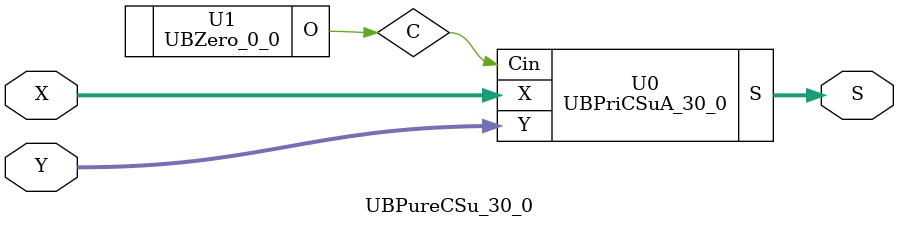
<source format=v>
/*----------------------------------------------------------------------------
  Copyright (c) 2021 Homma laboratory. All rights reserved.

  Top module: UBCSu_30_0_30_0

  Operand-1 length: 31
  Operand-2 length: 31
  Two-operand addition algorithm: Conditional sum adder
----------------------------------------------------------------------------*/

module UBFA_0(C, S, X, Y, Z);
  output C;
  output S;
  input X;
  input Y;
  input Z;
  assign C = ( X & Y ) | ( Y & Z ) | ( Z & X );
  assign S = X ^ Y ^ Z;
endmodule

module UBHCSuB_0_0(C, S, X, Y, Ci);
  output C;
  output S;
  input Ci;
  input X;
  input Y;
  UBFA_0 U0 (C, S, X, Y, Ci);
endmodule

module UBZero_1_1(O);
  output [1:1] O;
  assign O[1] = 0;
endmodule

module UBOne_1(O);
  output O;
  assign O = 1;
endmodule

module UBFA_1(C, S, X, Y, Z);
  output C;
  output S;
  input X;
  input Y;
  input Z;
  assign C = ( X & Y ) | ( Y & Z ) | ( Z & X );
  assign S = X ^ Y ^ Z;
endmodule

module UBCSuB_1_1(C_0, C_1, S_0, S_1, X, Y);
  output C_0;
  output C_1;
  output S_0;
  output S_1;
  input X;
  input Y;
  wire Ci_0;
  wire Ci_1;
  wire Co_0;
  wire Co_1;
  assign C_0 = ( Co_0 & ( ~ Ci_0 ) ) | ( Co_1 & Ci_0 );
  assign C_1 = ( Co_0 & ( ~ Ci_1 ) ) | ( Co_1 & Ci_1 );
  UBZero_1_1 U0 (Ci_0);
  UBOne_1 U1 (Ci_1);
  UBFA_1 U2 (Co_0, S_0, X, Y, Ci_0);
  UBFA_1 U3 (Co_1, S_1, X, Y, Ci_1);
endmodule

module UBHCSuB_1_0(C, S, X, Y, Ci);
  output C;
  output [1:0] S;
  input Ci;
  input [1:0] X;
  input [1:0] Y;
  wire C_0;
  wire C_1;
  wire Co;
  wire S_0;
  wire S_1;
  assign S[1] = ( S_0 & ( ~ Co ) ) | ( S_1 & Co );
  assign C = ( C_0 & ( ~ Co ) ) | ( C_1 & Co );
  UBHCSuB_0_0 U0 (Co, S[0], X[0], Y[0], Ci);
  UBCSuB_1_1 U1 (C_0, C_1, S_0, S_1, X[1], Y[1]);
endmodule

module UBZero_2_2(O);
  output [2:2] O;
  assign O[2] = 0;
endmodule

module UBOne_2(O);
  output O;
  assign O = 1;
endmodule

module UBFA_2(C, S, X, Y, Z);
  output C;
  output S;
  input X;
  input Y;
  input Z;
  assign C = ( X & Y ) | ( Y & Z ) | ( Z & X );
  assign S = X ^ Y ^ Z;
endmodule

module UBCSuB_2_2(C_0, C_1, S_0, S_1, X, Y);
  output C_0;
  output C_1;
  output S_0;
  output S_1;
  input X;
  input Y;
  wire Ci_0;
  wire Ci_1;
  wire Co_0;
  wire Co_1;
  assign C_0 = ( Co_0 & ( ~ Ci_0 ) ) | ( Co_1 & Ci_0 );
  assign C_1 = ( Co_0 & ( ~ Ci_1 ) ) | ( Co_1 & Ci_1 );
  UBZero_2_2 U0 (Ci_0);
  UBOne_2 U1 (Ci_1);
  UBFA_2 U2 (Co_0, S_0, X, Y, Ci_0);
  UBFA_2 U3 (Co_1, S_1, X, Y, Ci_1);
endmodule

module UBZero_3_3(O);
  output [3:3] O;
  assign O[3] = 0;
endmodule

module UBOne_3(O);
  output O;
  assign O = 1;
endmodule

module UBFA_3(C, S, X, Y, Z);
  output C;
  output S;
  input X;
  input Y;
  input Z;
  assign C = ( X & Y ) | ( Y & Z ) | ( Z & X );
  assign S = X ^ Y ^ Z;
endmodule

module UBCSuB_3_3(C_0, C_1, S_0, S_1, X, Y);
  output C_0;
  output C_1;
  output S_0;
  output S_1;
  input X;
  input Y;
  wire Ci_0;
  wire Ci_1;
  wire Co_0;
  wire Co_1;
  assign C_0 = ( Co_0 & ( ~ Ci_0 ) ) | ( Co_1 & Ci_0 );
  assign C_1 = ( Co_0 & ( ~ Ci_1 ) ) | ( Co_1 & Ci_1 );
  UBZero_3_3 U0 (Ci_0);
  UBOne_3 U1 (Ci_1);
  UBFA_3 U2 (Co_0, S_0, X, Y, Ci_0);
  UBFA_3 U3 (Co_1, S_1, X, Y, Ci_1);
endmodule

module UBCSuB_3_2(C_0, C_1, S_0, S_1, X, Y);
  output C_0;
  output C_1;
  output [3:2] S_0;
  output [3:2] S_1;
  input [3:2] X;
  input [3:2] Y;
  wire Ci_0;
  wire Ci_1;
  wire Co_0;
  wire Co_1;
  wire So_0;
  wire So_1;
  assign S_0[3] = ( So_0 & ( ~ Ci_0 ) ) | ( So_1 & Ci_0 );
  assign C_0 = ( Co_0 & ( ~ Ci_0 ) ) | ( Co_1 & Ci_0 );
  assign S_1[3] = ( So_0 & ( ~ Ci_1 ) ) | ( So_1 & Ci_1 );
  assign C_1 = ( Co_0 & ( ~ Ci_1 ) ) | ( Co_1 & Ci_1 );
  UBCSuB_2_2 U0 (Ci_0, Ci_1, S_0[2], S_1[2], X[2], Y[2]);
  UBCSuB_3_3 U1 (Co_0, Co_1, So_0, So_1, X[3], Y[3]);
endmodule

module UBHCSuB_3_0(C, S, X, Y, Ci);
  output C;
  output [3:0] S;
  input Ci;
  input [3:0] X;
  input [3:0] Y;
  wire C_0;
  wire C_1;
  wire Co;
  wire [3:2] S_0;
  wire [3:2] S_1;
  assign S[2] = ( S_0[2] & ( ~ Co ) ) | ( S_1[2] & Co );
  assign S[3] = ( S_0[3] & ( ~ Co ) ) | ( S_1[3] & Co );
  assign C = ( C_0 & ( ~ Co ) ) | ( C_1 & Co );
  UBHCSuB_1_0 U0 (Co, S[1:0], X[1:0], Y[1:0], Ci);
  UBCSuB_3_2 U1 (C_0, C_1, S_0, S_1, X[3:2], Y[3:2]);
endmodule

module UBZero_4_4(O);
  output [4:4] O;
  assign O[4] = 0;
endmodule

module UBOne_4(O);
  output O;
  assign O = 1;
endmodule

module UBFA_4(C, S, X, Y, Z);
  output C;
  output S;
  input X;
  input Y;
  input Z;
  assign C = ( X & Y ) | ( Y & Z ) | ( Z & X );
  assign S = X ^ Y ^ Z;
endmodule

module UBCSuB_4_4(C_0, C_1, S_0, S_1, X, Y);
  output C_0;
  output C_1;
  output S_0;
  output S_1;
  input X;
  input Y;
  wire Ci_0;
  wire Ci_1;
  wire Co_0;
  wire Co_1;
  assign C_0 = ( Co_0 & ( ~ Ci_0 ) ) | ( Co_1 & Ci_0 );
  assign C_1 = ( Co_0 & ( ~ Ci_1 ) ) | ( Co_1 & Ci_1 );
  UBZero_4_4 U0 (Ci_0);
  UBOne_4 U1 (Ci_1);
  UBFA_4 U2 (Co_0, S_0, X, Y, Ci_0);
  UBFA_4 U3 (Co_1, S_1, X, Y, Ci_1);
endmodule

module UBZero_5_5(O);
  output [5:5] O;
  assign O[5] = 0;
endmodule

module UBOne_5(O);
  output O;
  assign O = 1;
endmodule

module UBFA_5(C, S, X, Y, Z);
  output C;
  output S;
  input X;
  input Y;
  input Z;
  assign C = ( X & Y ) | ( Y & Z ) | ( Z & X );
  assign S = X ^ Y ^ Z;
endmodule

module UBCSuB_5_5(C_0, C_1, S_0, S_1, X, Y);
  output C_0;
  output C_1;
  output S_0;
  output S_1;
  input X;
  input Y;
  wire Ci_0;
  wire Ci_1;
  wire Co_0;
  wire Co_1;
  assign C_0 = ( Co_0 & ( ~ Ci_0 ) ) | ( Co_1 & Ci_0 );
  assign C_1 = ( Co_0 & ( ~ Ci_1 ) ) | ( Co_1 & Ci_1 );
  UBZero_5_5 U0 (Ci_0);
  UBOne_5 U1 (Ci_1);
  UBFA_5 U2 (Co_0, S_0, X, Y, Ci_0);
  UBFA_5 U3 (Co_1, S_1, X, Y, Ci_1);
endmodule

module UBCSuB_5_4(C_0, C_1, S_0, S_1, X, Y);
  output C_0;
  output C_1;
  output [5:4] S_0;
  output [5:4] S_1;
  input [5:4] X;
  input [5:4] Y;
  wire Ci_0;
  wire Ci_1;
  wire Co_0;
  wire Co_1;
  wire So_0;
  wire So_1;
  assign S_0[5] = ( So_0 & ( ~ Ci_0 ) ) | ( So_1 & Ci_0 );
  assign C_0 = ( Co_0 & ( ~ Ci_0 ) ) | ( Co_1 & Ci_0 );
  assign S_1[5] = ( So_0 & ( ~ Ci_1 ) ) | ( So_1 & Ci_1 );
  assign C_1 = ( Co_0 & ( ~ Ci_1 ) ) | ( Co_1 & Ci_1 );
  UBCSuB_4_4 U0 (Ci_0, Ci_1, S_0[4], S_1[4], X[4], Y[4]);
  UBCSuB_5_5 U1 (Co_0, Co_1, So_0, So_1, X[5], Y[5]);
endmodule

module UBZero_6_6(O);
  output [6:6] O;
  assign O[6] = 0;
endmodule

module UBOne_6(O);
  output O;
  assign O = 1;
endmodule

module UBFA_6(C, S, X, Y, Z);
  output C;
  output S;
  input X;
  input Y;
  input Z;
  assign C = ( X & Y ) | ( Y & Z ) | ( Z & X );
  assign S = X ^ Y ^ Z;
endmodule

module UBCSuB_6_6(C_0, C_1, S_0, S_1, X, Y);
  output C_0;
  output C_1;
  output S_0;
  output S_1;
  input X;
  input Y;
  wire Ci_0;
  wire Ci_1;
  wire Co_0;
  wire Co_1;
  assign C_0 = ( Co_0 & ( ~ Ci_0 ) ) | ( Co_1 & Ci_0 );
  assign C_1 = ( Co_0 & ( ~ Ci_1 ) ) | ( Co_1 & Ci_1 );
  UBZero_6_6 U0 (Ci_0);
  UBOne_6 U1 (Ci_1);
  UBFA_6 U2 (Co_0, S_0, X, Y, Ci_0);
  UBFA_6 U3 (Co_1, S_1, X, Y, Ci_1);
endmodule

module UBZero_7_7(O);
  output [7:7] O;
  assign O[7] = 0;
endmodule

module UBOne_7(O);
  output O;
  assign O = 1;
endmodule

module UBFA_7(C, S, X, Y, Z);
  output C;
  output S;
  input X;
  input Y;
  input Z;
  assign C = ( X & Y ) | ( Y & Z ) | ( Z & X );
  assign S = X ^ Y ^ Z;
endmodule

module UBCSuB_7_7(C_0, C_1, S_0, S_1, X, Y);
  output C_0;
  output C_1;
  output S_0;
  output S_1;
  input X;
  input Y;
  wire Ci_0;
  wire Ci_1;
  wire Co_0;
  wire Co_1;
  assign C_0 = ( Co_0 & ( ~ Ci_0 ) ) | ( Co_1 & Ci_0 );
  assign C_1 = ( Co_0 & ( ~ Ci_1 ) ) | ( Co_1 & Ci_1 );
  UBZero_7_7 U0 (Ci_0);
  UBOne_7 U1 (Ci_1);
  UBFA_7 U2 (Co_0, S_0, X, Y, Ci_0);
  UBFA_7 U3 (Co_1, S_1, X, Y, Ci_1);
endmodule

module UBCSuB_7_6(C_0, C_1, S_0, S_1, X, Y);
  output C_0;
  output C_1;
  output [7:6] S_0;
  output [7:6] S_1;
  input [7:6] X;
  input [7:6] Y;
  wire Ci_0;
  wire Ci_1;
  wire Co_0;
  wire Co_1;
  wire So_0;
  wire So_1;
  assign S_0[7] = ( So_0 & ( ~ Ci_0 ) ) | ( So_1 & Ci_0 );
  assign C_0 = ( Co_0 & ( ~ Ci_0 ) ) | ( Co_1 & Ci_0 );
  assign S_1[7] = ( So_0 & ( ~ Ci_1 ) ) | ( So_1 & Ci_1 );
  assign C_1 = ( Co_0 & ( ~ Ci_1 ) ) | ( Co_1 & Ci_1 );
  UBCSuB_6_6 U0 (Ci_0, Ci_1, S_0[6], S_1[6], X[6], Y[6]);
  UBCSuB_7_7 U1 (Co_0, Co_1, So_0, So_1, X[7], Y[7]);
endmodule

module UBCSuB_7_4(C_0, C_1, S_0, S_1, X, Y);
  output C_0;
  output C_1;
  output [7:4] S_0;
  output [7:4] S_1;
  input [7:4] X;
  input [7:4] Y;
  wire Ci_0;
  wire Ci_1;
  wire Co_0;
  wire Co_1;
  wire [7:6] So_0;
  wire [7:6] So_1;
  assign S_0[6] = ( So_0[6] & ( ~ Ci_0 ) ) | ( So_1[6] & Ci_0 );
  assign S_0[7] = ( So_0[7] & ( ~ Ci_0 ) ) | ( So_1[7] & Ci_0 );
  assign C_0 = ( Co_0 & ( ~ Ci_0 ) ) | ( Co_1 & Ci_0 );
  assign S_1[6] = ( So_0[6] & ( ~ Ci_1 ) ) | ( So_1[6] & Ci_1 );
  assign S_1[7] = ( So_0[7] & ( ~ Ci_1 ) ) | ( So_1[7] & Ci_1 );
  assign C_1 = ( Co_0 & ( ~ Ci_1 ) ) | ( Co_1 & Ci_1 );
  UBCSuB_5_4 U0 (Ci_0, Ci_1, S_0[5:4], S_1[5:4], X[5:4], Y[5:4]);
  UBCSuB_7_6 U1 (Co_0, Co_1, So_0, So_1, X[7:6], Y[7:6]);
endmodule

module UBHCSuB_7_0(C, S, X, Y, Ci);
  output C;
  output [7:0] S;
  input Ci;
  input [7:0] X;
  input [7:0] Y;
  wire C_0;
  wire C_1;
  wire Co;
  wire [7:4] S_0;
  wire [7:4] S_1;
  assign S[4] = ( S_0[4] & ( ~ Co ) ) | ( S_1[4] & Co );
  assign S[5] = ( S_0[5] & ( ~ Co ) ) | ( S_1[5] & Co );
  assign S[6] = ( S_0[6] & ( ~ Co ) ) | ( S_1[6] & Co );
  assign S[7] = ( S_0[7] & ( ~ Co ) ) | ( S_1[7] & Co );
  assign C = ( C_0 & ( ~ Co ) ) | ( C_1 & Co );
  UBHCSuB_3_0 U0 (Co, S[3:0], X[3:0], Y[3:0], Ci);
  UBCSuB_7_4 U1 (C_0, C_1, S_0, S_1, X[7:4], Y[7:4]);
endmodule

module UBZero_8_8(O);
  output [8:8] O;
  assign O[8] = 0;
endmodule

module UBOne_8(O);
  output O;
  assign O = 1;
endmodule

module UBFA_8(C, S, X, Y, Z);
  output C;
  output S;
  input X;
  input Y;
  input Z;
  assign C = ( X & Y ) | ( Y & Z ) | ( Z & X );
  assign S = X ^ Y ^ Z;
endmodule

module UBCSuB_8_8(C_0, C_1, S_0, S_1, X, Y);
  output C_0;
  output C_1;
  output S_0;
  output S_1;
  input X;
  input Y;
  wire Ci_0;
  wire Ci_1;
  wire Co_0;
  wire Co_1;
  assign C_0 = ( Co_0 & ( ~ Ci_0 ) ) | ( Co_1 & Ci_0 );
  assign C_1 = ( Co_0 & ( ~ Ci_1 ) ) | ( Co_1 & Ci_1 );
  UBZero_8_8 U0 (Ci_0);
  UBOne_8 U1 (Ci_1);
  UBFA_8 U2 (Co_0, S_0, X, Y, Ci_0);
  UBFA_8 U3 (Co_1, S_1, X, Y, Ci_1);
endmodule

module UBZero_9_9(O);
  output [9:9] O;
  assign O[9] = 0;
endmodule

module UBOne_9(O);
  output O;
  assign O = 1;
endmodule

module UBFA_9(C, S, X, Y, Z);
  output C;
  output S;
  input X;
  input Y;
  input Z;
  assign C = ( X & Y ) | ( Y & Z ) | ( Z & X );
  assign S = X ^ Y ^ Z;
endmodule

module UBCSuB_9_9(C_0, C_1, S_0, S_1, X, Y);
  output C_0;
  output C_1;
  output S_0;
  output S_1;
  input X;
  input Y;
  wire Ci_0;
  wire Ci_1;
  wire Co_0;
  wire Co_1;
  assign C_0 = ( Co_0 & ( ~ Ci_0 ) ) | ( Co_1 & Ci_0 );
  assign C_1 = ( Co_0 & ( ~ Ci_1 ) ) | ( Co_1 & Ci_1 );
  UBZero_9_9 U0 (Ci_0);
  UBOne_9 U1 (Ci_1);
  UBFA_9 U2 (Co_0, S_0, X, Y, Ci_0);
  UBFA_9 U3 (Co_1, S_1, X, Y, Ci_1);
endmodule

module UBCSuB_9_8(C_0, C_1, S_0, S_1, X, Y);
  output C_0;
  output C_1;
  output [9:8] S_0;
  output [9:8] S_1;
  input [9:8] X;
  input [9:8] Y;
  wire Ci_0;
  wire Ci_1;
  wire Co_0;
  wire Co_1;
  wire So_0;
  wire So_1;
  assign S_0[9] = ( So_0 & ( ~ Ci_0 ) ) | ( So_1 & Ci_0 );
  assign C_0 = ( Co_0 & ( ~ Ci_0 ) ) | ( Co_1 & Ci_0 );
  assign S_1[9] = ( So_0 & ( ~ Ci_1 ) ) | ( So_1 & Ci_1 );
  assign C_1 = ( Co_0 & ( ~ Ci_1 ) ) | ( Co_1 & Ci_1 );
  UBCSuB_8_8 U0 (Ci_0, Ci_1, S_0[8], S_1[8], X[8], Y[8]);
  UBCSuB_9_9 U1 (Co_0, Co_1, So_0, So_1, X[9], Y[9]);
endmodule

module UBZero_10_10(O);
  output [10:10] O;
  assign O[10] = 0;
endmodule

module UBOne_10(O);
  output O;
  assign O = 1;
endmodule

module UBFA_10(C, S, X, Y, Z);
  output C;
  output S;
  input X;
  input Y;
  input Z;
  assign C = ( X & Y ) | ( Y & Z ) | ( Z & X );
  assign S = X ^ Y ^ Z;
endmodule

module UBCSuB_10_10(C_0, C_1, S_0, S_1, X, Y);
  output C_0;
  output C_1;
  output S_0;
  output S_1;
  input X;
  input Y;
  wire Ci_0;
  wire Ci_1;
  wire Co_0;
  wire Co_1;
  assign C_0 = ( Co_0 & ( ~ Ci_0 ) ) | ( Co_1 & Ci_0 );
  assign C_1 = ( Co_0 & ( ~ Ci_1 ) ) | ( Co_1 & Ci_1 );
  UBZero_10_10 U0 (Ci_0);
  UBOne_10 U1 (Ci_1);
  UBFA_10 U2 (Co_0, S_0, X, Y, Ci_0);
  UBFA_10 U3 (Co_1, S_1, X, Y, Ci_1);
endmodule

module UBZero_11_11(O);
  output [11:11] O;
  assign O[11] = 0;
endmodule

module UBOne_11(O);
  output O;
  assign O = 1;
endmodule

module UBFA_11(C, S, X, Y, Z);
  output C;
  output S;
  input X;
  input Y;
  input Z;
  assign C = ( X & Y ) | ( Y & Z ) | ( Z & X );
  assign S = X ^ Y ^ Z;
endmodule

module UBCSuB_11_11(C_0, C_1, S_0, S_1, X, Y);
  output C_0;
  output C_1;
  output S_0;
  output S_1;
  input X;
  input Y;
  wire Ci_0;
  wire Ci_1;
  wire Co_0;
  wire Co_1;
  assign C_0 = ( Co_0 & ( ~ Ci_0 ) ) | ( Co_1 & Ci_0 );
  assign C_1 = ( Co_0 & ( ~ Ci_1 ) ) | ( Co_1 & Ci_1 );
  UBZero_11_11 U0 (Ci_0);
  UBOne_11 U1 (Ci_1);
  UBFA_11 U2 (Co_0, S_0, X, Y, Ci_0);
  UBFA_11 U3 (Co_1, S_1, X, Y, Ci_1);
endmodule

module UBCSuB_11_10(C_0, C_1, S_0, S_1, X, Y);
  output C_0;
  output C_1;
  output [11:10] S_0;
  output [11:10] S_1;
  input [11:10] X;
  input [11:10] Y;
  wire Ci_0;
  wire Ci_1;
  wire Co_0;
  wire Co_1;
  wire So_0;
  wire So_1;
  assign S_0[11] = ( So_0 & ( ~ Ci_0 ) ) | ( So_1 & Ci_0 );
  assign C_0 = ( Co_0 & ( ~ Ci_0 ) ) | ( Co_1 & Ci_0 );
  assign S_1[11] = ( So_0 & ( ~ Ci_1 ) ) | ( So_1 & Ci_1 );
  assign C_1 = ( Co_0 & ( ~ Ci_1 ) ) | ( Co_1 & Ci_1 );
  UBCSuB_10_10 U0 (Ci_0, Ci_1, S_0[10], S_1[10], X[10], Y[10]);
  UBCSuB_11_11 U1 (Co_0, Co_1, So_0, So_1, X[11], Y[11]);
endmodule

module UBCSuB_11_8(C_0, C_1, S_0, S_1, X, Y);
  output C_0;
  output C_1;
  output [11:8] S_0;
  output [11:8] S_1;
  input [11:8] X;
  input [11:8] Y;
  wire Ci_0;
  wire Ci_1;
  wire Co_0;
  wire Co_1;
  wire [11:10] So_0;
  wire [11:10] So_1;
  assign S_0[10] = ( So_0[10] & ( ~ Ci_0 ) ) | ( So_1[10] & Ci_0 );
  assign S_0[11] = ( So_0[11] & ( ~ Ci_0 ) ) | ( So_1[11] & Ci_0 );
  assign C_0 = ( Co_0 & ( ~ Ci_0 ) ) | ( Co_1 & Ci_0 );
  assign S_1[10] = ( So_0[10] & ( ~ Ci_1 ) ) | ( So_1[10] & Ci_1 );
  assign S_1[11] = ( So_0[11] & ( ~ Ci_1 ) ) | ( So_1[11] & Ci_1 );
  assign C_1 = ( Co_0 & ( ~ Ci_1 ) ) | ( Co_1 & Ci_1 );
  UBCSuB_9_8 U0 (Ci_0, Ci_1, S_0[9:8], S_1[9:8], X[9:8], Y[9:8]);
  UBCSuB_11_10 U1 (Co_0, Co_1, So_0, So_1, X[11:10], Y[11:10]);
endmodule

module UBZero_12_12(O);
  output [12:12] O;
  assign O[12] = 0;
endmodule

module UBOne_12(O);
  output O;
  assign O = 1;
endmodule

module UBFA_12(C, S, X, Y, Z);
  output C;
  output S;
  input X;
  input Y;
  input Z;
  assign C = ( X & Y ) | ( Y & Z ) | ( Z & X );
  assign S = X ^ Y ^ Z;
endmodule

module UBCSuB_12_12(C_0, C_1, S_0, S_1, X, Y);
  output C_0;
  output C_1;
  output S_0;
  output S_1;
  input X;
  input Y;
  wire Ci_0;
  wire Ci_1;
  wire Co_0;
  wire Co_1;
  assign C_0 = ( Co_0 & ( ~ Ci_0 ) ) | ( Co_1 & Ci_0 );
  assign C_1 = ( Co_0 & ( ~ Ci_1 ) ) | ( Co_1 & Ci_1 );
  UBZero_12_12 U0 (Ci_0);
  UBOne_12 U1 (Ci_1);
  UBFA_12 U2 (Co_0, S_0, X, Y, Ci_0);
  UBFA_12 U3 (Co_1, S_1, X, Y, Ci_1);
endmodule

module UBZero_13_13(O);
  output [13:13] O;
  assign O[13] = 0;
endmodule

module UBOne_13(O);
  output O;
  assign O = 1;
endmodule

module UBFA_13(C, S, X, Y, Z);
  output C;
  output S;
  input X;
  input Y;
  input Z;
  assign C = ( X & Y ) | ( Y & Z ) | ( Z & X );
  assign S = X ^ Y ^ Z;
endmodule

module UBCSuB_13_13(C_0, C_1, S_0, S_1, X, Y);
  output C_0;
  output C_1;
  output S_0;
  output S_1;
  input X;
  input Y;
  wire Ci_0;
  wire Ci_1;
  wire Co_0;
  wire Co_1;
  assign C_0 = ( Co_0 & ( ~ Ci_0 ) ) | ( Co_1 & Ci_0 );
  assign C_1 = ( Co_0 & ( ~ Ci_1 ) ) | ( Co_1 & Ci_1 );
  UBZero_13_13 U0 (Ci_0);
  UBOne_13 U1 (Ci_1);
  UBFA_13 U2 (Co_0, S_0, X, Y, Ci_0);
  UBFA_13 U3 (Co_1, S_1, X, Y, Ci_1);
endmodule

module UBCSuB_13_12(C_0, C_1, S_0, S_1, X, Y);
  output C_0;
  output C_1;
  output [13:12] S_0;
  output [13:12] S_1;
  input [13:12] X;
  input [13:12] Y;
  wire Ci_0;
  wire Ci_1;
  wire Co_0;
  wire Co_1;
  wire So_0;
  wire So_1;
  assign S_0[13] = ( So_0 & ( ~ Ci_0 ) ) | ( So_1 & Ci_0 );
  assign C_0 = ( Co_0 & ( ~ Ci_0 ) ) | ( Co_1 & Ci_0 );
  assign S_1[13] = ( So_0 & ( ~ Ci_1 ) ) | ( So_1 & Ci_1 );
  assign C_1 = ( Co_0 & ( ~ Ci_1 ) ) | ( Co_1 & Ci_1 );
  UBCSuB_12_12 U0 (Ci_0, Ci_1, S_0[12], S_1[12], X[12], Y[12]);
  UBCSuB_13_13 U1 (Co_0, Co_1, So_0, So_1, X[13], Y[13]);
endmodule

module UBZero_14_14(O);
  output [14:14] O;
  assign O[14] = 0;
endmodule

module UBOne_14(O);
  output O;
  assign O = 1;
endmodule

module UBFA_14(C, S, X, Y, Z);
  output C;
  output S;
  input X;
  input Y;
  input Z;
  assign C = ( X & Y ) | ( Y & Z ) | ( Z & X );
  assign S = X ^ Y ^ Z;
endmodule

module UBCSuB_14_14(C_0, C_1, S_0, S_1, X, Y);
  output C_0;
  output C_1;
  output S_0;
  output S_1;
  input X;
  input Y;
  wire Ci_0;
  wire Ci_1;
  wire Co_0;
  wire Co_1;
  assign C_0 = ( Co_0 & ( ~ Ci_0 ) ) | ( Co_1 & Ci_0 );
  assign C_1 = ( Co_0 & ( ~ Ci_1 ) ) | ( Co_1 & Ci_1 );
  UBZero_14_14 U0 (Ci_0);
  UBOne_14 U1 (Ci_1);
  UBFA_14 U2 (Co_0, S_0, X, Y, Ci_0);
  UBFA_14 U3 (Co_1, S_1, X, Y, Ci_1);
endmodule

module UBZero_15_15(O);
  output [15:15] O;
  assign O[15] = 0;
endmodule

module UBOne_15(O);
  output O;
  assign O = 1;
endmodule

module UBFA_15(C, S, X, Y, Z);
  output C;
  output S;
  input X;
  input Y;
  input Z;
  assign C = ( X & Y ) | ( Y & Z ) | ( Z & X );
  assign S = X ^ Y ^ Z;
endmodule

module UBCSuB_15_15(C_0, C_1, S_0, S_1, X, Y);
  output C_0;
  output C_1;
  output S_0;
  output S_1;
  input X;
  input Y;
  wire Ci_0;
  wire Ci_1;
  wire Co_0;
  wire Co_1;
  assign C_0 = ( Co_0 & ( ~ Ci_0 ) ) | ( Co_1 & Ci_0 );
  assign C_1 = ( Co_0 & ( ~ Ci_1 ) ) | ( Co_1 & Ci_1 );
  UBZero_15_15 U0 (Ci_0);
  UBOne_15 U1 (Ci_1);
  UBFA_15 U2 (Co_0, S_0, X, Y, Ci_0);
  UBFA_15 U3 (Co_1, S_1, X, Y, Ci_1);
endmodule

module UBCSuB_15_14(C_0, C_1, S_0, S_1, X, Y);
  output C_0;
  output C_1;
  output [15:14] S_0;
  output [15:14] S_1;
  input [15:14] X;
  input [15:14] Y;
  wire Ci_0;
  wire Ci_1;
  wire Co_0;
  wire Co_1;
  wire So_0;
  wire So_1;
  assign S_0[15] = ( So_0 & ( ~ Ci_0 ) ) | ( So_1 & Ci_0 );
  assign C_0 = ( Co_0 & ( ~ Ci_0 ) ) | ( Co_1 & Ci_0 );
  assign S_1[15] = ( So_0 & ( ~ Ci_1 ) ) | ( So_1 & Ci_1 );
  assign C_1 = ( Co_0 & ( ~ Ci_1 ) ) | ( Co_1 & Ci_1 );
  UBCSuB_14_14 U0 (Ci_0, Ci_1, S_0[14], S_1[14], X[14], Y[14]);
  UBCSuB_15_15 U1 (Co_0, Co_1, So_0, So_1, X[15], Y[15]);
endmodule

module UBCSuB_15_12(C_0, C_1, S_0, S_1, X, Y);
  output C_0;
  output C_1;
  output [15:12] S_0;
  output [15:12] S_1;
  input [15:12] X;
  input [15:12] Y;
  wire Ci_0;
  wire Ci_1;
  wire Co_0;
  wire Co_1;
  wire [15:14] So_0;
  wire [15:14] So_1;
  assign S_0[14] = ( So_0[14] & ( ~ Ci_0 ) ) | ( So_1[14] & Ci_0 );
  assign S_0[15] = ( So_0[15] & ( ~ Ci_0 ) ) | ( So_1[15] & Ci_0 );
  assign C_0 = ( Co_0 & ( ~ Ci_0 ) ) | ( Co_1 & Ci_0 );
  assign S_1[14] = ( So_0[14] & ( ~ Ci_1 ) ) | ( So_1[14] & Ci_1 );
  assign S_1[15] = ( So_0[15] & ( ~ Ci_1 ) ) | ( So_1[15] & Ci_1 );
  assign C_1 = ( Co_0 & ( ~ Ci_1 ) ) | ( Co_1 & Ci_1 );
  UBCSuB_13_12 U0 (Ci_0, Ci_1, S_0[13:12], S_1[13:12], X[13:12], Y[13:12]);
  UBCSuB_15_14 U1 (Co_0, Co_1, So_0, So_1, X[15:14], Y[15:14]);
endmodule

module UBCSuB_15_8(C_0, C_1, S_0, S_1, X, Y);
  output C_0;
  output C_1;
  output [15:8] S_0;
  output [15:8] S_1;
  input [15:8] X;
  input [15:8] Y;
  wire Ci_0;
  wire Ci_1;
  wire Co_0;
  wire Co_1;
  wire [15:12] So_0;
  wire [15:12] So_1;
  assign S_0[12] = ( So_0[12] & ( ~ Ci_0 ) ) | ( So_1[12] & Ci_0 );
  assign S_0[13] = ( So_0[13] & ( ~ Ci_0 ) ) | ( So_1[13] & Ci_0 );
  assign S_0[14] = ( So_0[14] & ( ~ Ci_0 ) ) | ( So_1[14] & Ci_0 );
  assign S_0[15] = ( So_0[15] & ( ~ Ci_0 ) ) | ( So_1[15] & Ci_0 );
  assign C_0 = ( Co_0 & ( ~ Ci_0 ) ) | ( Co_1 & Ci_0 );
  assign S_1[12] = ( So_0[12] & ( ~ Ci_1 ) ) | ( So_1[12] & Ci_1 );
  assign S_1[13] = ( So_0[13] & ( ~ Ci_1 ) ) | ( So_1[13] & Ci_1 );
  assign S_1[14] = ( So_0[14] & ( ~ Ci_1 ) ) | ( So_1[14] & Ci_1 );
  assign S_1[15] = ( So_0[15] & ( ~ Ci_1 ) ) | ( So_1[15] & Ci_1 );
  assign C_1 = ( Co_0 & ( ~ Ci_1 ) ) | ( Co_1 & Ci_1 );
  UBCSuB_11_8 U0 (Ci_0, Ci_1, S_0[11:8], S_1[11:8], X[11:8], Y[11:8]);
  UBCSuB_15_12 U1 (Co_0, Co_1, So_0, So_1, X[15:12], Y[15:12]);
endmodule

module UBHCSuB_15_0(C, S, X, Y, Ci);
  output C;
  output [15:0] S;
  input Ci;
  input [15:0] X;
  input [15:0] Y;
  wire C_0;
  wire C_1;
  wire Co;
  wire [15:8] S_0;
  wire [15:8] S_1;
  assign S[8] = ( S_0[8] & ( ~ Co ) ) | ( S_1[8] & Co );
  assign S[9] = ( S_0[9] & ( ~ Co ) ) | ( S_1[9] & Co );
  assign S[10] = ( S_0[10] & ( ~ Co ) ) | ( S_1[10] & Co );
  assign S[11] = ( S_0[11] & ( ~ Co ) ) | ( S_1[11] & Co );
  assign S[12] = ( S_0[12] & ( ~ Co ) ) | ( S_1[12] & Co );
  assign S[13] = ( S_0[13] & ( ~ Co ) ) | ( S_1[13] & Co );
  assign S[14] = ( S_0[14] & ( ~ Co ) ) | ( S_1[14] & Co );
  assign S[15] = ( S_0[15] & ( ~ Co ) ) | ( S_1[15] & Co );
  assign C = ( C_0 & ( ~ Co ) ) | ( C_1 & Co );
  UBHCSuB_7_0 U0 (Co, S[7:0], X[7:0], Y[7:0], Ci);
  UBCSuB_15_8 U1 (C_0, C_1, S_0, S_1, X[15:8], Y[15:8]);
endmodule

module UBZero_16_16(O);
  output [16:16] O;
  assign O[16] = 0;
endmodule

module UBOne_16(O);
  output O;
  assign O = 1;
endmodule

module UBFA_16(C, S, X, Y, Z);
  output C;
  output S;
  input X;
  input Y;
  input Z;
  assign C = ( X & Y ) | ( Y & Z ) | ( Z & X );
  assign S = X ^ Y ^ Z;
endmodule

module UBCSuB_16_16(C_0, C_1, S_0, S_1, X, Y);
  output C_0;
  output C_1;
  output S_0;
  output S_1;
  input X;
  input Y;
  wire Ci_0;
  wire Ci_1;
  wire Co_0;
  wire Co_1;
  assign C_0 = ( Co_0 & ( ~ Ci_0 ) ) | ( Co_1 & Ci_0 );
  assign C_1 = ( Co_0 & ( ~ Ci_1 ) ) | ( Co_1 & Ci_1 );
  UBZero_16_16 U0 (Ci_0);
  UBOne_16 U1 (Ci_1);
  UBFA_16 U2 (Co_0, S_0, X, Y, Ci_0);
  UBFA_16 U3 (Co_1, S_1, X, Y, Ci_1);
endmodule

module UBZero_17_17(O);
  output [17:17] O;
  assign O[17] = 0;
endmodule

module UBOne_17(O);
  output O;
  assign O = 1;
endmodule

module UBFA_17(C, S, X, Y, Z);
  output C;
  output S;
  input X;
  input Y;
  input Z;
  assign C = ( X & Y ) | ( Y & Z ) | ( Z & X );
  assign S = X ^ Y ^ Z;
endmodule

module UBCSuB_17_17(C_0, C_1, S_0, S_1, X, Y);
  output C_0;
  output C_1;
  output S_0;
  output S_1;
  input X;
  input Y;
  wire Ci_0;
  wire Ci_1;
  wire Co_0;
  wire Co_1;
  assign C_0 = ( Co_0 & ( ~ Ci_0 ) ) | ( Co_1 & Ci_0 );
  assign C_1 = ( Co_0 & ( ~ Ci_1 ) ) | ( Co_1 & Ci_1 );
  UBZero_17_17 U0 (Ci_0);
  UBOne_17 U1 (Ci_1);
  UBFA_17 U2 (Co_0, S_0, X, Y, Ci_0);
  UBFA_17 U3 (Co_1, S_1, X, Y, Ci_1);
endmodule

module UBCSuB_17_16(C_0, C_1, S_0, S_1, X, Y);
  output C_0;
  output C_1;
  output [17:16] S_0;
  output [17:16] S_1;
  input [17:16] X;
  input [17:16] Y;
  wire Ci_0;
  wire Ci_1;
  wire Co_0;
  wire Co_1;
  wire So_0;
  wire So_1;
  assign S_0[17] = ( So_0 & ( ~ Ci_0 ) ) | ( So_1 & Ci_0 );
  assign C_0 = ( Co_0 & ( ~ Ci_0 ) ) | ( Co_1 & Ci_0 );
  assign S_1[17] = ( So_0 & ( ~ Ci_1 ) ) | ( So_1 & Ci_1 );
  assign C_1 = ( Co_0 & ( ~ Ci_1 ) ) | ( Co_1 & Ci_1 );
  UBCSuB_16_16 U0 (Ci_0, Ci_1, S_0[16], S_1[16], X[16], Y[16]);
  UBCSuB_17_17 U1 (Co_0, Co_1, So_0, So_1, X[17], Y[17]);
endmodule

module UBZero_18_18(O);
  output [18:18] O;
  assign O[18] = 0;
endmodule

module UBOne_18(O);
  output O;
  assign O = 1;
endmodule

module UBFA_18(C, S, X, Y, Z);
  output C;
  output S;
  input X;
  input Y;
  input Z;
  assign C = ( X & Y ) | ( Y & Z ) | ( Z & X );
  assign S = X ^ Y ^ Z;
endmodule

module UBCSuB_18_18(C_0, C_1, S_0, S_1, X, Y);
  output C_0;
  output C_1;
  output S_0;
  output S_1;
  input X;
  input Y;
  wire Ci_0;
  wire Ci_1;
  wire Co_0;
  wire Co_1;
  assign C_0 = ( Co_0 & ( ~ Ci_0 ) ) | ( Co_1 & Ci_0 );
  assign C_1 = ( Co_0 & ( ~ Ci_1 ) ) | ( Co_1 & Ci_1 );
  UBZero_18_18 U0 (Ci_0);
  UBOne_18 U1 (Ci_1);
  UBFA_18 U2 (Co_0, S_0, X, Y, Ci_0);
  UBFA_18 U3 (Co_1, S_1, X, Y, Ci_1);
endmodule

module UBZero_19_19(O);
  output [19:19] O;
  assign O[19] = 0;
endmodule

module UBOne_19(O);
  output O;
  assign O = 1;
endmodule

module UBFA_19(C, S, X, Y, Z);
  output C;
  output S;
  input X;
  input Y;
  input Z;
  assign C = ( X & Y ) | ( Y & Z ) | ( Z & X );
  assign S = X ^ Y ^ Z;
endmodule

module UBCSuB_19_19(C_0, C_1, S_0, S_1, X, Y);
  output C_0;
  output C_1;
  output S_0;
  output S_1;
  input X;
  input Y;
  wire Ci_0;
  wire Ci_1;
  wire Co_0;
  wire Co_1;
  assign C_0 = ( Co_0 & ( ~ Ci_0 ) ) | ( Co_1 & Ci_0 );
  assign C_1 = ( Co_0 & ( ~ Ci_1 ) ) | ( Co_1 & Ci_1 );
  UBZero_19_19 U0 (Ci_0);
  UBOne_19 U1 (Ci_1);
  UBFA_19 U2 (Co_0, S_0, X, Y, Ci_0);
  UBFA_19 U3 (Co_1, S_1, X, Y, Ci_1);
endmodule

module UBCSuB_19_18(C_0, C_1, S_0, S_1, X, Y);
  output C_0;
  output C_1;
  output [19:18] S_0;
  output [19:18] S_1;
  input [19:18] X;
  input [19:18] Y;
  wire Ci_0;
  wire Ci_1;
  wire Co_0;
  wire Co_1;
  wire So_0;
  wire So_1;
  assign S_0[19] = ( So_0 & ( ~ Ci_0 ) ) | ( So_1 & Ci_0 );
  assign C_0 = ( Co_0 & ( ~ Ci_0 ) ) | ( Co_1 & Ci_0 );
  assign S_1[19] = ( So_0 & ( ~ Ci_1 ) ) | ( So_1 & Ci_1 );
  assign C_1 = ( Co_0 & ( ~ Ci_1 ) ) | ( Co_1 & Ci_1 );
  UBCSuB_18_18 U0 (Ci_0, Ci_1, S_0[18], S_1[18], X[18], Y[18]);
  UBCSuB_19_19 U1 (Co_0, Co_1, So_0, So_1, X[19], Y[19]);
endmodule

module UBCSuB_19_16(C_0, C_1, S_0, S_1, X, Y);
  output C_0;
  output C_1;
  output [19:16] S_0;
  output [19:16] S_1;
  input [19:16] X;
  input [19:16] Y;
  wire Ci_0;
  wire Ci_1;
  wire Co_0;
  wire Co_1;
  wire [19:18] So_0;
  wire [19:18] So_1;
  assign S_0[18] = ( So_0[18] & ( ~ Ci_0 ) ) | ( So_1[18] & Ci_0 );
  assign S_0[19] = ( So_0[19] & ( ~ Ci_0 ) ) | ( So_1[19] & Ci_0 );
  assign C_0 = ( Co_0 & ( ~ Ci_0 ) ) | ( Co_1 & Ci_0 );
  assign S_1[18] = ( So_0[18] & ( ~ Ci_1 ) ) | ( So_1[18] & Ci_1 );
  assign S_1[19] = ( So_0[19] & ( ~ Ci_1 ) ) | ( So_1[19] & Ci_1 );
  assign C_1 = ( Co_0 & ( ~ Ci_1 ) ) | ( Co_1 & Ci_1 );
  UBCSuB_17_16 U0 (Ci_0, Ci_1, S_0[17:16], S_1[17:16], X[17:16], Y[17:16]);
  UBCSuB_19_18 U1 (Co_0, Co_1, So_0, So_1, X[19:18], Y[19:18]);
endmodule

module UBZero_20_20(O);
  output [20:20] O;
  assign O[20] = 0;
endmodule

module UBOne_20(O);
  output O;
  assign O = 1;
endmodule

module UBFA_20(C, S, X, Y, Z);
  output C;
  output S;
  input X;
  input Y;
  input Z;
  assign C = ( X & Y ) | ( Y & Z ) | ( Z & X );
  assign S = X ^ Y ^ Z;
endmodule

module UBCSuB_20_20(C_0, C_1, S_0, S_1, X, Y);
  output C_0;
  output C_1;
  output S_0;
  output S_1;
  input X;
  input Y;
  wire Ci_0;
  wire Ci_1;
  wire Co_0;
  wire Co_1;
  assign C_0 = ( Co_0 & ( ~ Ci_0 ) ) | ( Co_1 & Ci_0 );
  assign C_1 = ( Co_0 & ( ~ Ci_1 ) ) | ( Co_1 & Ci_1 );
  UBZero_20_20 U0 (Ci_0);
  UBOne_20 U1 (Ci_1);
  UBFA_20 U2 (Co_0, S_0, X, Y, Ci_0);
  UBFA_20 U3 (Co_1, S_1, X, Y, Ci_1);
endmodule

module UBZero_21_21(O);
  output [21:21] O;
  assign O[21] = 0;
endmodule

module UBOne_21(O);
  output O;
  assign O = 1;
endmodule

module UBFA_21(C, S, X, Y, Z);
  output C;
  output S;
  input X;
  input Y;
  input Z;
  assign C = ( X & Y ) | ( Y & Z ) | ( Z & X );
  assign S = X ^ Y ^ Z;
endmodule

module UBCSuB_21_21(C_0, C_1, S_0, S_1, X, Y);
  output C_0;
  output C_1;
  output S_0;
  output S_1;
  input X;
  input Y;
  wire Ci_0;
  wire Ci_1;
  wire Co_0;
  wire Co_1;
  assign C_0 = ( Co_0 & ( ~ Ci_0 ) ) | ( Co_1 & Ci_0 );
  assign C_1 = ( Co_0 & ( ~ Ci_1 ) ) | ( Co_1 & Ci_1 );
  UBZero_21_21 U0 (Ci_0);
  UBOne_21 U1 (Ci_1);
  UBFA_21 U2 (Co_0, S_0, X, Y, Ci_0);
  UBFA_21 U3 (Co_1, S_1, X, Y, Ci_1);
endmodule

module UBCSuB_21_20(C_0, C_1, S_0, S_1, X, Y);
  output C_0;
  output C_1;
  output [21:20] S_0;
  output [21:20] S_1;
  input [21:20] X;
  input [21:20] Y;
  wire Ci_0;
  wire Ci_1;
  wire Co_0;
  wire Co_1;
  wire So_0;
  wire So_1;
  assign S_0[21] = ( So_0 & ( ~ Ci_0 ) ) | ( So_1 & Ci_0 );
  assign C_0 = ( Co_0 & ( ~ Ci_0 ) ) | ( Co_1 & Ci_0 );
  assign S_1[21] = ( So_0 & ( ~ Ci_1 ) ) | ( So_1 & Ci_1 );
  assign C_1 = ( Co_0 & ( ~ Ci_1 ) ) | ( Co_1 & Ci_1 );
  UBCSuB_20_20 U0 (Ci_0, Ci_1, S_0[20], S_1[20], X[20], Y[20]);
  UBCSuB_21_21 U1 (Co_0, Co_1, So_0, So_1, X[21], Y[21]);
endmodule

module UBZero_22_22(O);
  output [22:22] O;
  assign O[22] = 0;
endmodule

module UBOne_22(O);
  output O;
  assign O = 1;
endmodule

module UBFA_22(C, S, X, Y, Z);
  output C;
  output S;
  input X;
  input Y;
  input Z;
  assign C = ( X & Y ) | ( Y & Z ) | ( Z & X );
  assign S = X ^ Y ^ Z;
endmodule

module UBCSuB_22_22(C_0, C_1, S_0, S_1, X, Y);
  output C_0;
  output C_1;
  output S_0;
  output S_1;
  input X;
  input Y;
  wire Ci_0;
  wire Ci_1;
  wire Co_0;
  wire Co_1;
  assign C_0 = ( Co_0 & ( ~ Ci_0 ) ) | ( Co_1 & Ci_0 );
  assign C_1 = ( Co_0 & ( ~ Ci_1 ) ) | ( Co_1 & Ci_1 );
  UBZero_22_22 U0 (Ci_0);
  UBOne_22 U1 (Ci_1);
  UBFA_22 U2 (Co_0, S_0, X, Y, Ci_0);
  UBFA_22 U3 (Co_1, S_1, X, Y, Ci_1);
endmodule

module UBZero_23_23(O);
  output [23:23] O;
  assign O[23] = 0;
endmodule

module UBOne_23(O);
  output O;
  assign O = 1;
endmodule

module UBFA_23(C, S, X, Y, Z);
  output C;
  output S;
  input X;
  input Y;
  input Z;
  assign C = ( X & Y ) | ( Y & Z ) | ( Z & X );
  assign S = X ^ Y ^ Z;
endmodule

module UBCSuB_23_23(C_0, C_1, S_0, S_1, X, Y);
  output C_0;
  output C_1;
  output S_0;
  output S_1;
  input X;
  input Y;
  wire Ci_0;
  wire Ci_1;
  wire Co_0;
  wire Co_1;
  assign C_0 = ( Co_0 & ( ~ Ci_0 ) ) | ( Co_1 & Ci_0 );
  assign C_1 = ( Co_0 & ( ~ Ci_1 ) ) | ( Co_1 & Ci_1 );
  UBZero_23_23 U0 (Ci_0);
  UBOne_23 U1 (Ci_1);
  UBFA_23 U2 (Co_0, S_0, X, Y, Ci_0);
  UBFA_23 U3 (Co_1, S_1, X, Y, Ci_1);
endmodule

module UBCSuB_23_22(C_0, C_1, S_0, S_1, X, Y);
  output C_0;
  output C_1;
  output [23:22] S_0;
  output [23:22] S_1;
  input [23:22] X;
  input [23:22] Y;
  wire Ci_0;
  wire Ci_1;
  wire Co_0;
  wire Co_1;
  wire So_0;
  wire So_1;
  assign S_0[23] = ( So_0 & ( ~ Ci_0 ) ) | ( So_1 & Ci_0 );
  assign C_0 = ( Co_0 & ( ~ Ci_0 ) ) | ( Co_1 & Ci_0 );
  assign S_1[23] = ( So_0 & ( ~ Ci_1 ) ) | ( So_1 & Ci_1 );
  assign C_1 = ( Co_0 & ( ~ Ci_1 ) ) | ( Co_1 & Ci_1 );
  UBCSuB_22_22 U0 (Ci_0, Ci_1, S_0[22], S_1[22], X[22], Y[22]);
  UBCSuB_23_23 U1 (Co_0, Co_1, So_0, So_1, X[23], Y[23]);
endmodule

module UBCSuB_23_20(C_0, C_1, S_0, S_1, X, Y);
  output C_0;
  output C_1;
  output [23:20] S_0;
  output [23:20] S_1;
  input [23:20] X;
  input [23:20] Y;
  wire Ci_0;
  wire Ci_1;
  wire Co_0;
  wire Co_1;
  wire [23:22] So_0;
  wire [23:22] So_1;
  assign S_0[22] = ( So_0[22] & ( ~ Ci_0 ) ) | ( So_1[22] & Ci_0 );
  assign S_0[23] = ( So_0[23] & ( ~ Ci_0 ) ) | ( So_1[23] & Ci_0 );
  assign C_0 = ( Co_0 & ( ~ Ci_0 ) ) | ( Co_1 & Ci_0 );
  assign S_1[22] = ( So_0[22] & ( ~ Ci_1 ) ) | ( So_1[22] & Ci_1 );
  assign S_1[23] = ( So_0[23] & ( ~ Ci_1 ) ) | ( So_1[23] & Ci_1 );
  assign C_1 = ( Co_0 & ( ~ Ci_1 ) ) | ( Co_1 & Ci_1 );
  UBCSuB_21_20 U0 (Ci_0, Ci_1, S_0[21:20], S_1[21:20], X[21:20], Y[21:20]);
  UBCSuB_23_22 U1 (Co_0, Co_1, So_0, So_1, X[23:22], Y[23:22]);
endmodule

module UBCSuB_23_16(C_0, C_1, S_0, S_1, X, Y);
  output C_0;
  output C_1;
  output [23:16] S_0;
  output [23:16] S_1;
  input [23:16] X;
  input [23:16] Y;
  wire Ci_0;
  wire Ci_1;
  wire Co_0;
  wire Co_1;
  wire [23:20] So_0;
  wire [23:20] So_1;
  assign S_0[20] = ( So_0[20] & ( ~ Ci_0 ) ) | ( So_1[20] & Ci_0 );
  assign S_0[21] = ( So_0[21] & ( ~ Ci_0 ) ) | ( So_1[21] & Ci_0 );
  assign S_0[22] = ( So_0[22] & ( ~ Ci_0 ) ) | ( So_1[22] & Ci_0 );
  assign S_0[23] = ( So_0[23] & ( ~ Ci_0 ) ) | ( So_1[23] & Ci_0 );
  assign C_0 = ( Co_0 & ( ~ Ci_0 ) ) | ( Co_1 & Ci_0 );
  assign S_1[20] = ( So_0[20] & ( ~ Ci_1 ) ) | ( So_1[20] & Ci_1 );
  assign S_1[21] = ( So_0[21] & ( ~ Ci_1 ) ) | ( So_1[21] & Ci_1 );
  assign S_1[22] = ( So_0[22] & ( ~ Ci_1 ) ) | ( So_1[22] & Ci_1 );
  assign S_1[23] = ( So_0[23] & ( ~ Ci_1 ) ) | ( So_1[23] & Ci_1 );
  assign C_1 = ( Co_0 & ( ~ Ci_1 ) ) | ( Co_1 & Ci_1 );
  UBCSuB_19_16 U0 (Ci_0, Ci_1, S_0[19:16], S_1[19:16], X[19:16], Y[19:16]);
  UBCSuB_23_20 U1 (Co_0, Co_1, So_0, So_1, X[23:20], Y[23:20]);
endmodule

module UBZero_24_24(O);
  output [24:24] O;
  assign O[24] = 0;
endmodule

module UBOne_24(O);
  output O;
  assign O = 1;
endmodule

module UBFA_24(C, S, X, Y, Z);
  output C;
  output S;
  input X;
  input Y;
  input Z;
  assign C = ( X & Y ) | ( Y & Z ) | ( Z & X );
  assign S = X ^ Y ^ Z;
endmodule

module UBCSuB_24_24(C_0, C_1, S_0, S_1, X, Y);
  output C_0;
  output C_1;
  output S_0;
  output S_1;
  input X;
  input Y;
  wire Ci_0;
  wire Ci_1;
  wire Co_0;
  wire Co_1;
  assign C_0 = ( Co_0 & ( ~ Ci_0 ) ) | ( Co_1 & Ci_0 );
  assign C_1 = ( Co_0 & ( ~ Ci_1 ) ) | ( Co_1 & Ci_1 );
  UBZero_24_24 U0 (Ci_0);
  UBOne_24 U1 (Ci_1);
  UBFA_24 U2 (Co_0, S_0, X, Y, Ci_0);
  UBFA_24 U3 (Co_1, S_1, X, Y, Ci_1);
endmodule

module UBZero_25_25(O);
  output [25:25] O;
  assign O[25] = 0;
endmodule

module UBOne_25(O);
  output O;
  assign O = 1;
endmodule

module UBFA_25(C, S, X, Y, Z);
  output C;
  output S;
  input X;
  input Y;
  input Z;
  assign C = ( X & Y ) | ( Y & Z ) | ( Z & X );
  assign S = X ^ Y ^ Z;
endmodule

module UBCSuB_25_25(C_0, C_1, S_0, S_1, X, Y);
  output C_0;
  output C_1;
  output S_0;
  output S_1;
  input X;
  input Y;
  wire Ci_0;
  wire Ci_1;
  wire Co_0;
  wire Co_1;
  assign C_0 = ( Co_0 & ( ~ Ci_0 ) ) | ( Co_1 & Ci_0 );
  assign C_1 = ( Co_0 & ( ~ Ci_1 ) ) | ( Co_1 & Ci_1 );
  UBZero_25_25 U0 (Ci_0);
  UBOne_25 U1 (Ci_1);
  UBFA_25 U2 (Co_0, S_0, X, Y, Ci_0);
  UBFA_25 U3 (Co_1, S_1, X, Y, Ci_1);
endmodule

module UBCSuB_25_24(C_0, C_1, S_0, S_1, X, Y);
  output C_0;
  output C_1;
  output [25:24] S_0;
  output [25:24] S_1;
  input [25:24] X;
  input [25:24] Y;
  wire Ci_0;
  wire Ci_1;
  wire Co_0;
  wire Co_1;
  wire So_0;
  wire So_1;
  assign S_0[25] = ( So_0 & ( ~ Ci_0 ) ) | ( So_1 & Ci_0 );
  assign C_0 = ( Co_0 & ( ~ Ci_0 ) ) | ( Co_1 & Ci_0 );
  assign S_1[25] = ( So_0 & ( ~ Ci_1 ) ) | ( So_1 & Ci_1 );
  assign C_1 = ( Co_0 & ( ~ Ci_1 ) ) | ( Co_1 & Ci_1 );
  UBCSuB_24_24 U0 (Ci_0, Ci_1, S_0[24], S_1[24], X[24], Y[24]);
  UBCSuB_25_25 U1 (Co_0, Co_1, So_0, So_1, X[25], Y[25]);
endmodule

module UBZero_26_26(O);
  output [26:26] O;
  assign O[26] = 0;
endmodule

module UBOne_26(O);
  output O;
  assign O = 1;
endmodule

module UBFA_26(C, S, X, Y, Z);
  output C;
  output S;
  input X;
  input Y;
  input Z;
  assign C = ( X & Y ) | ( Y & Z ) | ( Z & X );
  assign S = X ^ Y ^ Z;
endmodule

module UBCSuB_26_26(C_0, C_1, S_0, S_1, X, Y);
  output C_0;
  output C_1;
  output S_0;
  output S_1;
  input X;
  input Y;
  wire Ci_0;
  wire Ci_1;
  wire Co_0;
  wire Co_1;
  assign C_0 = ( Co_0 & ( ~ Ci_0 ) ) | ( Co_1 & Ci_0 );
  assign C_1 = ( Co_0 & ( ~ Ci_1 ) ) | ( Co_1 & Ci_1 );
  UBZero_26_26 U0 (Ci_0);
  UBOne_26 U1 (Ci_1);
  UBFA_26 U2 (Co_0, S_0, X, Y, Ci_0);
  UBFA_26 U3 (Co_1, S_1, X, Y, Ci_1);
endmodule

module UBZero_27_27(O);
  output [27:27] O;
  assign O[27] = 0;
endmodule

module UBOne_27(O);
  output O;
  assign O = 1;
endmodule

module UBFA_27(C, S, X, Y, Z);
  output C;
  output S;
  input X;
  input Y;
  input Z;
  assign C = ( X & Y ) | ( Y & Z ) | ( Z & X );
  assign S = X ^ Y ^ Z;
endmodule

module UBCSuB_27_27(C_0, C_1, S_0, S_1, X, Y);
  output C_0;
  output C_1;
  output S_0;
  output S_1;
  input X;
  input Y;
  wire Ci_0;
  wire Ci_1;
  wire Co_0;
  wire Co_1;
  assign C_0 = ( Co_0 & ( ~ Ci_0 ) ) | ( Co_1 & Ci_0 );
  assign C_1 = ( Co_0 & ( ~ Ci_1 ) ) | ( Co_1 & Ci_1 );
  UBZero_27_27 U0 (Ci_0);
  UBOne_27 U1 (Ci_1);
  UBFA_27 U2 (Co_0, S_0, X, Y, Ci_0);
  UBFA_27 U3 (Co_1, S_1, X, Y, Ci_1);
endmodule

module UBCSuB_27_26(C_0, C_1, S_0, S_1, X, Y);
  output C_0;
  output C_1;
  output [27:26] S_0;
  output [27:26] S_1;
  input [27:26] X;
  input [27:26] Y;
  wire Ci_0;
  wire Ci_1;
  wire Co_0;
  wire Co_1;
  wire So_0;
  wire So_1;
  assign S_0[27] = ( So_0 & ( ~ Ci_0 ) ) | ( So_1 & Ci_0 );
  assign C_0 = ( Co_0 & ( ~ Ci_0 ) ) | ( Co_1 & Ci_0 );
  assign S_1[27] = ( So_0 & ( ~ Ci_1 ) ) | ( So_1 & Ci_1 );
  assign C_1 = ( Co_0 & ( ~ Ci_1 ) ) | ( Co_1 & Ci_1 );
  UBCSuB_26_26 U0 (Ci_0, Ci_1, S_0[26], S_1[26], X[26], Y[26]);
  UBCSuB_27_27 U1 (Co_0, Co_1, So_0, So_1, X[27], Y[27]);
endmodule

module UBCSuB_27_24(C_0, C_1, S_0, S_1, X, Y);
  output C_0;
  output C_1;
  output [27:24] S_0;
  output [27:24] S_1;
  input [27:24] X;
  input [27:24] Y;
  wire Ci_0;
  wire Ci_1;
  wire Co_0;
  wire Co_1;
  wire [27:26] So_0;
  wire [27:26] So_1;
  assign S_0[26] = ( So_0[26] & ( ~ Ci_0 ) ) | ( So_1[26] & Ci_0 );
  assign S_0[27] = ( So_0[27] & ( ~ Ci_0 ) ) | ( So_1[27] & Ci_0 );
  assign C_0 = ( Co_0 & ( ~ Ci_0 ) ) | ( Co_1 & Ci_0 );
  assign S_1[26] = ( So_0[26] & ( ~ Ci_1 ) ) | ( So_1[26] & Ci_1 );
  assign S_1[27] = ( So_0[27] & ( ~ Ci_1 ) ) | ( So_1[27] & Ci_1 );
  assign C_1 = ( Co_0 & ( ~ Ci_1 ) ) | ( Co_1 & Ci_1 );
  UBCSuB_25_24 U0 (Ci_0, Ci_1, S_0[25:24], S_1[25:24], X[25:24], Y[25:24]);
  UBCSuB_27_26 U1 (Co_0, Co_1, So_0, So_1, X[27:26], Y[27:26]);
endmodule

module UBZero_28_28(O);
  output [28:28] O;
  assign O[28] = 0;
endmodule

module UBOne_28(O);
  output O;
  assign O = 1;
endmodule

module UBFA_28(C, S, X, Y, Z);
  output C;
  output S;
  input X;
  input Y;
  input Z;
  assign C = ( X & Y ) | ( Y & Z ) | ( Z & X );
  assign S = X ^ Y ^ Z;
endmodule

module UBCSuB_28_28(C_0, C_1, S_0, S_1, X, Y);
  output C_0;
  output C_1;
  output S_0;
  output S_1;
  input X;
  input Y;
  wire Ci_0;
  wire Ci_1;
  wire Co_0;
  wire Co_1;
  assign C_0 = ( Co_0 & ( ~ Ci_0 ) ) | ( Co_1 & Ci_0 );
  assign C_1 = ( Co_0 & ( ~ Ci_1 ) ) | ( Co_1 & Ci_1 );
  UBZero_28_28 U0 (Ci_0);
  UBOne_28 U1 (Ci_1);
  UBFA_28 U2 (Co_0, S_0, X, Y, Ci_0);
  UBFA_28 U3 (Co_1, S_1, X, Y, Ci_1);
endmodule

module UBZero_29_29(O);
  output [29:29] O;
  assign O[29] = 0;
endmodule

module UBOne_29(O);
  output O;
  assign O = 1;
endmodule

module UBFA_29(C, S, X, Y, Z);
  output C;
  output S;
  input X;
  input Y;
  input Z;
  assign C = ( X & Y ) | ( Y & Z ) | ( Z & X );
  assign S = X ^ Y ^ Z;
endmodule

module UBCSuB_29_29(C_0, C_1, S_0, S_1, X, Y);
  output C_0;
  output C_1;
  output S_0;
  output S_1;
  input X;
  input Y;
  wire Ci_0;
  wire Ci_1;
  wire Co_0;
  wire Co_1;
  assign C_0 = ( Co_0 & ( ~ Ci_0 ) ) | ( Co_1 & Ci_0 );
  assign C_1 = ( Co_0 & ( ~ Ci_1 ) ) | ( Co_1 & Ci_1 );
  UBZero_29_29 U0 (Ci_0);
  UBOne_29 U1 (Ci_1);
  UBFA_29 U2 (Co_0, S_0, X, Y, Ci_0);
  UBFA_29 U3 (Co_1, S_1, X, Y, Ci_1);
endmodule

module UBCSuB_29_28(C_0, C_1, S_0, S_1, X, Y);
  output C_0;
  output C_1;
  output [29:28] S_0;
  output [29:28] S_1;
  input [29:28] X;
  input [29:28] Y;
  wire Ci_0;
  wire Ci_1;
  wire Co_0;
  wire Co_1;
  wire So_0;
  wire So_1;
  assign S_0[29] = ( So_0 & ( ~ Ci_0 ) ) | ( So_1 & Ci_0 );
  assign C_0 = ( Co_0 & ( ~ Ci_0 ) ) | ( Co_1 & Ci_0 );
  assign S_1[29] = ( So_0 & ( ~ Ci_1 ) ) | ( So_1 & Ci_1 );
  assign C_1 = ( Co_0 & ( ~ Ci_1 ) ) | ( Co_1 & Ci_1 );
  UBCSuB_28_28 U0 (Ci_0, Ci_1, S_0[28], S_1[28], X[28], Y[28]);
  UBCSuB_29_29 U1 (Co_0, Co_1, So_0, So_1, X[29], Y[29]);
endmodule

module UBZero_30_30(O);
  output [30:30] O;
  assign O[30] = 0;
endmodule

module UBOne_30(O);
  output O;
  assign O = 1;
endmodule

module UBFA_30(C, S, X, Y, Z);
  output C;
  output S;
  input X;
  input Y;
  input Z;
  assign C = ( X & Y ) | ( Y & Z ) | ( Z & X );
  assign S = X ^ Y ^ Z;
endmodule

module UBCSuB_30_30(C_0, C_1, S_0, S_1, X, Y);
  output C_0;
  output C_1;
  output S_0;
  output S_1;
  input X;
  input Y;
  wire Ci_0;
  wire Ci_1;
  wire Co_0;
  wire Co_1;
  assign C_0 = ( Co_0 & ( ~ Ci_0 ) ) | ( Co_1 & Ci_0 );
  assign C_1 = ( Co_0 & ( ~ Ci_1 ) ) | ( Co_1 & Ci_1 );
  UBZero_30_30 U0 (Ci_0);
  UBOne_30 U1 (Ci_1);
  UBFA_30 U2 (Co_0, S_0, X, Y, Ci_0);
  UBFA_30 U3 (Co_1, S_1, X, Y, Ci_1);
endmodule

module UBCSuB_30_28(C_0, C_1, S_0, S_1, X, Y);
  output C_0;
  output C_1;
  output [30:28] S_0;
  output [30:28] S_1;
  input [30:28] X;
  input [30:28] Y;
  wire Ci_0;
  wire Ci_1;
  wire Co_0;
  wire Co_1;
  wire [30:30] So_0;
  wire [30:30] So_1;
  assign S_0[30] = ( So_0 & ( ~ Ci_0 ) ) | ( So_1 & Ci_0 );
  assign C_0 = ( Co_0 & ( ~ Ci_0 ) ) | ( Co_1 & Ci_0 );
  assign S_1[30] = ( So_0 & ( ~ Ci_1 ) ) | ( So_1 & Ci_1 );
  assign C_1 = ( Co_0 & ( ~ Ci_1 ) ) | ( Co_1 & Ci_1 );
  UBCSuB_29_28 U0 (Ci_0, Ci_1, S_0[29:28], S_1[29:28], X[29:28], Y[29:28]);
  UBCSuB_30_30 U1 (Co_0, Co_1, So_0, So_1, X[30], Y[30]);
endmodule

module UBCSuB_30_24(C_0, C_1, S_0, S_1, X, Y);
  output C_0;
  output C_1;
  output [30:24] S_0;
  output [30:24] S_1;
  input [30:24] X;
  input [30:24] Y;
  wire Ci_0;
  wire Ci_1;
  wire Co_0;
  wire Co_1;
  wire [30:28] So_0;
  wire [30:28] So_1;
  assign S_0[28] = ( So_0[28] & ( ~ Ci_0 ) ) | ( So_1[28] & Ci_0 );
  assign S_0[29] = ( So_0[29] & ( ~ Ci_0 ) ) | ( So_1[29] & Ci_0 );
  assign S_0[30] = ( So_0[30] & ( ~ Ci_0 ) ) | ( So_1[30] & Ci_0 );
  assign C_0 = ( Co_0 & ( ~ Ci_0 ) ) | ( Co_1 & Ci_0 );
  assign S_1[28] = ( So_0[28] & ( ~ Ci_1 ) ) | ( So_1[28] & Ci_1 );
  assign S_1[29] = ( So_0[29] & ( ~ Ci_1 ) ) | ( So_1[29] & Ci_1 );
  assign S_1[30] = ( So_0[30] & ( ~ Ci_1 ) ) | ( So_1[30] & Ci_1 );
  assign C_1 = ( Co_0 & ( ~ Ci_1 ) ) | ( Co_1 & Ci_1 );
  UBCSuB_27_24 U0 (Ci_0, Ci_1, S_0[27:24], S_1[27:24], X[27:24], Y[27:24]);
  UBCSuB_30_28 U1 (Co_0, Co_1, So_0, So_1, X[30:28], Y[30:28]);
endmodule

module UBCSuB_30_16(C_0, C_1, S_0, S_1, X, Y);
  output C_0;
  output C_1;
  output [30:16] S_0;
  output [30:16] S_1;
  input [30:16] X;
  input [30:16] Y;
  wire Ci_0;
  wire Ci_1;
  wire Co_0;
  wire Co_1;
  wire [30:24] So_0;
  wire [30:24] So_1;
  assign S_0[24] = ( So_0[24] & ( ~ Ci_0 ) ) | ( So_1[24] & Ci_0 );
  assign S_0[25] = ( So_0[25] & ( ~ Ci_0 ) ) | ( So_1[25] & Ci_0 );
  assign S_0[26] = ( So_0[26] & ( ~ Ci_0 ) ) | ( So_1[26] & Ci_0 );
  assign S_0[27] = ( So_0[27] & ( ~ Ci_0 ) ) | ( So_1[27] & Ci_0 );
  assign S_0[28] = ( So_0[28] & ( ~ Ci_0 ) ) | ( So_1[28] & Ci_0 );
  assign S_0[29] = ( So_0[29] & ( ~ Ci_0 ) ) | ( So_1[29] & Ci_0 );
  assign S_0[30] = ( So_0[30] & ( ~ Ci_0 ) ) | ( So_1[30] & Ci_0 );
  assign C_0 = ( Co_0 & ( ~ Ci_0 ) ) | ( Co_1 & Ci_0 );
  assign S_1[24] = ( So_0[24] & ( ~ Ci_1 ) ) | ( So_1[24] & Ci_1 );
  assign S_1[25] = ( So_0[25] & ( ~ Ci_1 ) ) | ( So_1[25] & Ci_1 );
  assign S_1[26] = ( So_0[26] & ( ~ Ci_1 ) ) | ( So_1[26] & Ci_1 );
  assign S_1[27] = ( So_0[27] & ( ~ Ci_1 ) ) | ( So_1[27] & Ci_1 );
  assign S_1[28] = ( So_0[28] & ( ~ Ci_1 ) ) | ( So_1[28] & Ci_1 );
  assign S_1[29] = ( So_0[29] & ( ~ Ci_1 ) ) | ( So_1[29] & Ci_1 );
  assign S_1[30] = ( So_0[30] & ( ~ Ci_1 ) ) | ( So_1[30] & Ci_1 );
  assign C_1 = ( Co_0 & ( ~ Ci_1 ) ) | ( Co_1 & Ci_1 );
  UBCSuB_23_16 U0 (Ci_0, Ci_1, S_0[23:16], S_1[23:16], X[23:16], Y[23:16]);
  UBCSuB_30_24 U1 (Co_0, Co_1, So_0, So_1, X[30:24], Y[30:24]);
endmodule

module UBPriCSuA_30_0(S, X, Y, Cin);
  output [31:0] S;
  input Cin;
  input [30:0] X;
  input [30:0] Y;
  wire C_0;
  wire C_1;
  wire Co;
  wire [30:16] S_0;
  wire [30:16] S_1;
  assign S[16] = ( S_0[16] & ( ~ Co ) ) | ( S_1[16] & Co );
  assign S[17] = ( S_0[17] & ( ~ Co ) ) | ( S_1[17] & Co );
  assign S[18] = ( S_0[18] & ( ~ Co ) ) | ( S_1[18] & Co );
  assign S[19] = ( S_0[19] & ( ~ Co ) ) | ( S_1[19] & Co );
  assign S[20] = ( S_0[20] & ( ~ Co ) ) | ( S_1[20] & Co );
  assign S[21] = ( S_0[21] & ( ~ Co ) ) | ( S_1[21] & Co );
  assign S[22] = ( S_0[22] & ( ~ Co ) ) | ( S_1[22] & Co );
  assign S[23] = ( S_0[23] & ( ~ Co ) ) | ( S_1[23] & Co );
  assign S[24] = ( S_0[24] & ( ~ Co ) ) | ( S_1[24] & Co );
  assign S[25] = ( S_0[25] & ( ~ Co ) ) | ( S_1[25] & Co );
  assign S[26] = ( S_0[26] & ( ~ Co ) ) | ( S_1[26] & Co );
  assign S[27] = ( S_0[27] & ( ~ Co ) ) | ( S_1[27] & Co );
  assign S[28] = ( S_0[28] & ( ~ Co ) ) | ( S_1[28] & Co );
  assign S[29] = ( S_0[29] & ( ~ Co ) ) | ( S_1[29] & Co );
  assign S[30] = ( S_0[30] & ( ~ Co ) ) | ( S_1[30] & Co );
  assign S[31] = ( C_0 & ( ~ Co ) ) | ( C_1 & Co );
  UBHCSuB_15_0 U0 (Co, S[15:0], X[15:0], Y[15:0], Cin);
  UBCSuB_30_16 U1 (C_0, C_1, S_0, S_1, X[30:16], Y[30:16]);
endmodule

module UBZero_0_0(O);
  output [0:0] O;
  assign O[0] = 0;
endmodule

module UBCSu_30_0_30_0 (S, X, Y);
  output [31:0] S;
  input [30:0] X;
  input [30:0] Y;
  UBPureCSu_30_0 U0 (S[31:0], X[30:0], Y[30:0]);
endmodule

module UBPureCSu_30_0 (S, X, Y);
  output [31:0] S;
  input [30:0] X;
  input [30:0] Y;
  wire C;
  UBPriCSuA_30_0 U0 (S, X, Y, C);
  UBZero_0_0 U1 (C);
endmodule


</source>
